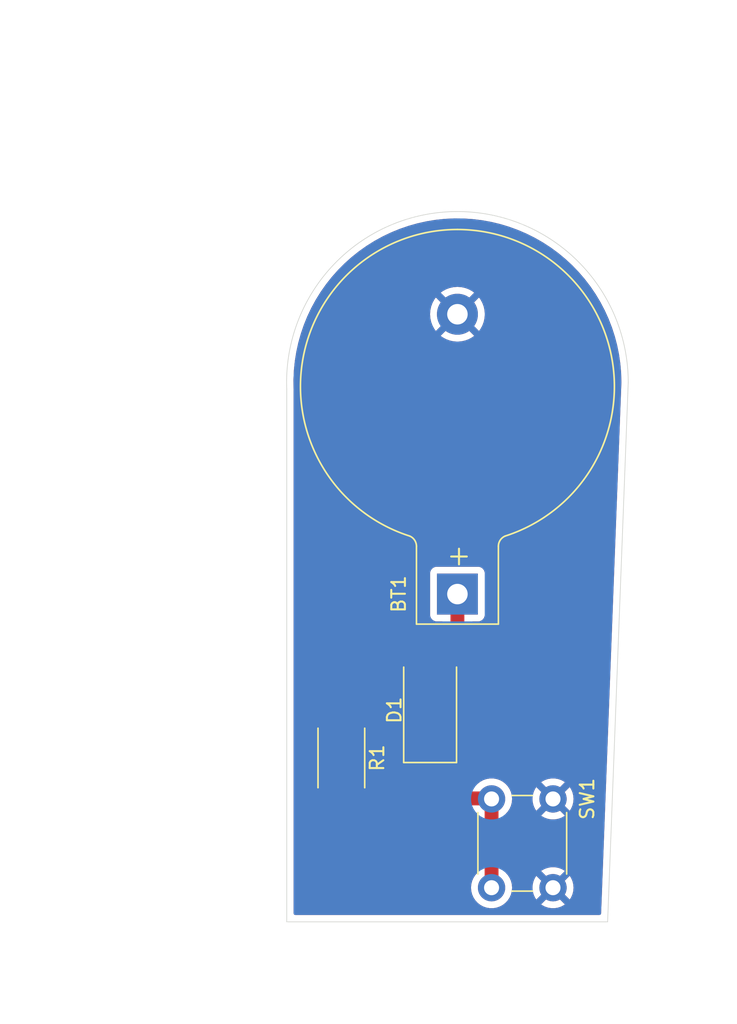
<source format=kicad_pcb>
(kicad_pcb (version 20240108) (generator "pcbnew") (generator_version "8.0")
  (layers (0 "F.Cu" signal) (31 "B.Cu" signal) (34 "B.Paste" user) (35 "F.Paste" user) (36 "B.SilkS" user "B.Silkscreen") (37 "F.SilkS" user "F.Silkscreen") (38 "B.Mask" user) (39 "F.Mask" user) (44 "Edge.Cuts" user))
  (net 0 "")
  (net 1 "GND")
  (net 2 "Net-(BT1-+)")
  (net 3 "Net-(D1-K)")
  (net 4 "Net-(SW1-B)")
  (footprint "Resistor_SMD:R_2512_6332Metric" (layer "F.Cu") (at 117 106 -90)
    (property "Reference" "R1" (at 0 -2.62 90) (layer "F.SilkS"))
    (property "Value" "R_US")
    (fp_line (start -2.177064 1.71) (end 2.177064 1.71) (stroke (width 0.12)) (layer "F.SilkS"))
    (fp_line (start -2.177064 -1.71) (end 2.177064 -1.71) (stroke (width 0.12)) (layer "F.SilkS"))
    (pad "1" smd roundrect (at -2.9625 0 270) (size 1.225 3.35) (layers "F.Cu" "F.Paste" "F.Mask") (roundrect_rratio 0.204082) (net 3 "Net-(D1-K)"))
    (pad "2" smd roundrect (at 2.9625 0 270) (size 1.225 3.35) (layers "F.Cu" "F.Paste" "F.Mask") (roundrect_rratio 0.204082) (net 4 "Net-(SW1-B)"))
  )
  (footprint "LED_SMD:LED_2512_6332Metric" (layer "F.Cu") (at 123.5 102.5 90)
    (property "Reference" "D1" (at 0 -2.62 90) (layer "F.SilkS"))
    (property "Value" "LED")
    (fp_line (start 3.15 -1.935) (end -3.835 -1.935) (stroke (width 0.12)) (layer "F.SilkS"))
    (fp_line (start -3.835 -1.935) (end -3.835 1.935) (stroke (width 0.12)) (layer "F.SilkS"))
    (fp_line (start -3.835 1.935) (end 3.15 1.935) (stroke (width 0.12)) (layer "F.SilkS"))
    (pad "1" smd roundrect (at -2.9 0 90) (size 1.35 3.35) (layers "F.Cu" "F.Paste" "F.Mask") (roundrect_rratio 0.185185) (net 3 "Net-(D1-K)"))
    (pad "2" smd roundrect (at 2.9 0 90) (size 1.35 3.35) (layers "F.Cu" "F.Paste" "F.Mask") (roundrect_rratio 0.185185) (net 2 "Net-(BT1-+)"))
  )
  (footprint "Battery:BatteryHolder_Keystone_103_1x20mm" (layer "F.Cu") (at 125.5 94 90)
    (property "Reference" "BT1" (at 0 -4.3 90) (layer "F.SilkS"))
    (property "Value" "Battery_Cell")
    (fp_line (start -2.2 -3) (end 3.5 -3) (stroke (width 0.12)) (layer "F.SilkS"))
    (fp_line (start -2.2 3) (end -2.2 -3) (stroke (width 0.12)) (layer "F.SilkS"))
    (fp_line (start -2.2 3) (end 3.5 3) (stroke (width 0.12)) (layer "F.SilkS"))
    (fp_arc (start 4.25 -3.5) (mid 3.950694 -3.136459) (end 3.5 -3) (stroke (width 0.12)) (layer "F.SilkS"))
    (fp_arc (start 4.25 -3.5) (mid 16.971103 -11.358466) (end 26.695671 0) (stroke (width 0.12)) (layer "F.SilkS"))
    (fp_arc (start 26.695671 0) (mid 16.971103 11.358466) (end 4.25 3.5) (stroke (width 0.12)) (layer "F.SilkS"))
    (fp_arc (start 3.5 3) (mid 3.950694 3.136459) (end 4.25 3.5) (stroke (width 0.12)) (layer "F.SilkS"))
    (fp_text user "+" (at 2.75 0 90) (layer "F.SilkS") (effects (font (size 1.5 1.5))))
    (pad "1" thru_hole rect (at 0 0 90) (size 3 3) (drill 1.5) (layers "*.Cu" "*.Mask") (net 2 "Net-(BT1-+)"))
    (pad "2" thru_hole circle (at 20.49 0 90) (size 3 3) (drill 1.5) (layers "*.Cu" "*.Mask") (net 1 "GND"))
  )
  (footprint "Button_Switch_THT:SW_PUSH_6mm" (layer "F.Cu") (at 132.5 109 -90)
    (property "Reference" "SW1" (at 0 -2.5 90) (layer "F.SilkS"))
    (property "Value" "SW_SPST")
    (fp_line (start 1 5.5) (end 5.5 5.5) (stroke (width 0.12)) (layer "F.SilkS"))
    (fp_line (start 6.75 3) (end 6.75 1.5) (stroke (width 0.12)) (layer "F.SilkS"))
    (fp_line (start -0.25 1.5) (end -0.25 3) (stroke (width 0.12)) (layer "F.SilkS"))
    (fp_line (start 5.5 -1) (end 1 -1) (stroke (width 0.12)) (layer "F.SilkS"))
    (pad "1" thru_hole circle (at 0 0) (size 2 2) (drill 1.1) (layers "*.Cu" "*.Mask") (net 1 "GND"))
    (pad "1" thru_hole circle (at 6.5 0) (size 2 2) (drill 1.1) (layers "*.Cu" "*.Mask") (net 1 "GND"))
    (pad "2" thru_hole circle (at 0 4.5) (size 2 2) (drill 1.1) (layers "*.Cu" "*.Mask") (net 4 "Net-(SW1-B)"))
    (pad "2" thru_hole circle (at 6.5 4.5) (size 2 2) (drill 1.1) (layers "*.Cu" "*.Mask") (net 4 "Net-(SW1-B)"))
  )
  (gr_line (start 136.5 118) (end 138.009996 78.5) (stroke (width 0.05)) (layer "Edge.Cuts"))
  (gr_line (start 113 118) (end 136.5 118) (stroke (width 0.05)) (layer "Edge.Cuts"))
  (gr_arc (start 113 79) (mid 125.24995 65.992503) (end 138.009996 78.5) (stroke (width 0.05)) (layer "Edge.Cuts"))
  (gr_line (start 113 79) (end 113 118) (stroke (width 0.05)) (layer "Edge.Cuts"))
  (segment (start 125.5 97.6) (end 123.5 99.6) (width 1.016) (layer "F.Cu") (net 2))
  (segment (start 125.5 94) (end 125.5 97.6) (width 1.016) (layer "F.Cu") (net 2))
  (segment (start 119.3625 105.4) (end 117 103.0375) (width 1.016) (layer "F.Cu") (net 3))
  (segment (start 123.5 105.4) (end 119.3625 105.4) (width 1.016) (layer "F.Cu") (net 3))
  (segment (start 128 109) (end 128 115.5) (width 1.016) (layer "F.Cu") (net 4))
  (segment (start 117 108.9625) (end 127.9625 108.9625) (width 1.016) (layer "F.Cu") (net 4))
  (segment (start 127.9625 108.9625) (end 128 109) (width 1.016) (layer "F.Cu") (net 4))
  (zone (net 1) (net_name "GND") (layers "F&B.Cu") (connect_pads (clearance 0.5)) (min_thickness 0.25) (fill yes (thermal_gap 0.5) (thermal_bridge_width 0.5))
    (polygon (pts (xy 140 122.5) (xy 146 50.5) (xy 92 54.5) (xy 99 125.5) (xy 139.5 124)))
  )
)
</source>
